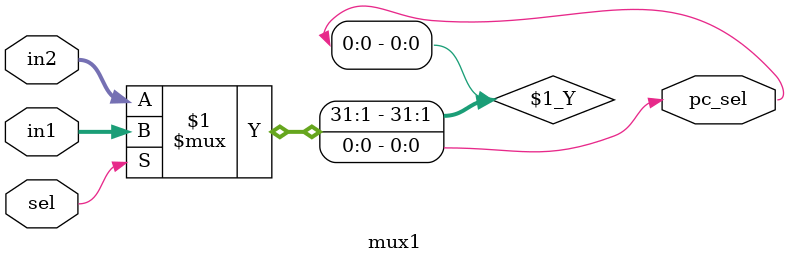
<source format=v>
`timescale 1ns / 1ps


module mux1(in1,in2,sel,pc_sel);
input[31:0]in1,in2;
input sel;
output pc_sel;
assign pc_sel = sel?in1:in2;



endmodule

</source>
